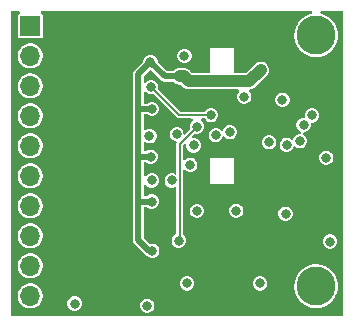
<source format=gbr>
%TF.GenerationSoftware,KiCad,Pcbnew,(5.99.0-3293-g62433736b)*%
%TF.CreationDate,2020-09-21T11:29:42+07:00*%
%TF.ProjectId,IMU_board,494d555f-626f-4617-9264-2e6b69636164,rev?*%
%TF.SameCoordinates,Original*%
%TF.FileFunction,Copper,L3,Inr*%
%TF.FilePolarity,Positive*%
%FSLAX46Y46*%
G04 Gerber Fmt 4.6, Leading zero omitted, Abs format (unit mm)*
G04 Created by KiCad (PCBNEW (5.99.0-3293-g62433736b)) date 2020-09-21 11:29:42*
%MOMM*%
%LPD*%
G01*
G04 APERTURE LIST*
%TA.AperFunction,ComponentPad*%
%ADD10R,1.700000X1.700000*%
%TD*%
%TA.AperFunction,ComponentPad*%
%ADD11O,1.700000X1.700000*%
%TD*%
%TA.AperFunction,ViaPad*%
%ADD12C,0.800000*%
%TD*%
%TA.AperFunction,ViaPad*%
%ADD13C,3.300000*%
%TD*%
%TA.AperFunction,Conductor*%
%ADD14C,0.152400*%
%TD*%
%TA.AperFunction,Conductor*%
%ADD15C,0.500000*%
%TD*%
%TA.AperFunction,Conductor*%
%ADD16C,0.250000*%
%TD*%
%TA.AperFunction,Conductor*%
%ADD17C,1.000000*%
%TD*%
G04 APERTURE END LIST*
D10*
%TO.N,LSM6D3_CS*%
%TO.C,J1*%
X125050000Y-86960000D03*
D11*
%TO.N,ICM20948_CS_3.3v*%
X125050000Y-89500000D03*
%TO.N,ICM20948_DRDY_3.3v*%
X125050000Y-92040000D03*
%TO.N,IMU_MISO_3.3v*%
X125050000Y-94580000D03*
%TO.N,MPU9250_CS*%
X125050000Y-97120000D03*
%TO.N,Net-(J1-Pad6)*%
X125050000Y-99660000D03*
%TO.N,IMU_MOSI_3.3v*%
X125050000Y-102200000D03*
%TO.N,IMU_CLK_3.3v*%
X125050000Y-104740000D03*
%TO.N,GND*%
X125050000Y-107280000D03*
%TO.N,+5V*%
X125050000Y-109820000D03*
%TD*%
D12*
%TO.N,GND*%
X150425000Y-105225000D03*
D13*
%TO.N,*%
X149250000Y-87750000D03*
X149250000Y-109000000D03*
D12*
%TO.N,MPU9250_CS*%
X140750000Y-96212500D03*
%TO.N,IMU_MOSI_3.3v*%
X139150000Y-102637500D03*
X146762500Y-97037500D03*
%TO.N,IMU_MOSI*%
X135325000Y-100050000D03*
X137025000Y-100050000D03*
%TO.N,IMU_MISO_3.3v*%
X145275000Y-96825000D03*
X138875000Y-97087500D03*
%TO.N,IMU_MISO*%
X135142500Y-96307500D03*
X137450000Y-96125000D03*
%TO.N,IMU_CLK_3.3v*%
X139162170Y-95487830D03*
X137611299Y-105138701D03*
X147875000Y-96725000D03*
%TO.N,ICM20948_DRDY*%
X140350000Y-94525000D03*
X135295000Y-92150000D03*
%TO.N,GND*%
X138100000Y-89512500D03*
X144500000Y-108775000D03*
X138325000Y-108775000D03*
X143162500Y-92962500D03*
X134950000Y-110650000D03*
X138600000Y-98725000D03*
X128800000Y-110475000D03*
X148900000Y-94550000D03*
X150100000Y-98125000D03*
X141925000Y-95962500D03*
X146400000Y-93225000D03*
X142475000Y-102612500D03*
X146662500Y-102862500D03*
%TO.N,+3V3*%
X129528799Y-104273799D03*
X129025000Y-89955000D03*
X150400000Y-103625000D03*
X149950000Y-96875000D03*
X146825000Y-104600000D03*
X129120000Y-93900000D03*
X140200000Y-104462500D03*
X129387889Y-100012111D03*
X144900000Y-100975000D03*
X138250000Y-110500000D03*
X129250000Y-96300000D03*
X146556250Y-101631250D03*
%TO.N,+1V8*%
X135225000Y-90030000D03*
X135378799Y-105998799D03*
X144550000Y-90687500D03*
X138050000Y-91237500D03*
X135345000Y-94000000D03*
X135312889Y-101837111D03*
X135227500Y-98032500D03*
%TO.N,LSM6D3_CS*%
X148187500Y-95362500D03*
%TD*%
D14*
%TO.N,IMU_CLK_3.3v*%
X137701201Y-98598021D02*
X137700000Y-98596820D01*
X137700000Y-98596820D02*
X137700000Y-96950000D01*
X137701201Y-99725423D02*
X137701201Y-105048799D01*
X139162170Y-95487830D02*
X137700000Y-96950000D01*
X137701201Y-105048799D02*
X137611299Y-105138701D01*
X137701201Y-99725423D02*
X137701201Y-98598021D01*
%TO.N,ICM20948_DRDY*%
X137670000Y-94525000D02*
X135295000Y-92150000D01*
X140350000Y-94525000D02*
X137670000Y-94525000D01*
D15*
%TO.N,+1V8*%
X135227500Y-98032500D02*
X134307500Y-98032500D01*
X134377111Y-101837111D02*
X134195000Y-101655000D01*
X135225000Y-90030000D02*
X134195000Y-91060000D01*
X134200000Y-94000000D02*
X134195000Y-93995000D01*
X134195000Y-101655000D02*
X134195000Y-105070000D01*
D16*
X135250000Y-90005000D02*
X135225000Y-90030000D01*
D15*
X134307500Y-98032500D02*
X134195000Y-97920000D01*
X135312889Y-101837111D02*
X134377111Y-101837111D01*
D17*
X138450010Y-91637510D02*
X143599990Y-91637510D01*
D15*
X134195000Y-91060000D02*
X134195000Y-91180000D01*
X134195000Y-91180000D02*
X134195000Y-93995000D01*
D17*
X143599990Y-91637510D02*
X144550000Y-90687500D01*
D15*
X134195000Y-105070000D02*
X135123799Y-105998799D01*
X134195000Y-93995000D02*
X134195000Y-97920000D01*
X135345000Y-94000000D02*
X134200000Y-94000000D01*
X134195000Y-97920000D02*
X134195000Y-101655000D01*
D17*
X138050000Y-91237500D02*
X137700000Y-91237500D01*
D15*
X138050000Y-91237500D02*
X136432500Y-91237500D01*
D17*
X138050000Y-91237500D02*
X138450010Y-91637510D01*
D15*
X135123799Y-105998799D02*
X135378799Y-105998799D01*
D16*
X135537889Y-101712111D02*
X135562889Y-101737111D01*
D15*
X136432500Y-91237500D02*
X135225000Y-90030000D01*
%TD*%
%TA.AperFunction,Conductor*%
%TO.N,+3V3*%
G36*
X124105623Y-85720502D02*
G01*
X124152116Y-85774158D01*
X124162220Y-85844432D01*
X124107505Y-85931265D01*
X124055807Y-85965809D01*
X124011603Y-86031964D01*
X123996082Y-86109998D01*
X123996082Y-87810002D01*
X124011603Y-87888036D01*
X124055808Y-87954192D01*
X124121964Y-87998397D01*
X124199998Y-88013918D01*
X125900002Y-88013918D01*
X125978036Y-87998397D01*
X126044192Y-87954192D01*
X126088397Y-87888036D01*
X126103918Y-87810002D01*
X126103918Y-86109998D01*
X126088397Y-86031964D01*
X126044193Y-85965809D01*
X125992495Y-85931265D01*
X125946968Y-85876787D01*
X125938121Y-85806344D01*
X125968762Y-85742300D01*
X126062498Y-85700500D01*
X148792322Y-85700500D01*
X148860443Y-85720502D01*
X148906936Y-85774158D01*
X148917040Y-85844432D01*
X148887546Y-85909012D01*
X148818519Y-85949747D01*
X148703679Y-85974157D01*
X148397839Y-86098968D01*
X148380455Y-86110000D01*
X148118933Y-86275966D01*
X147875782Y-86499555D01*
X147749601Y-86665793D01*
X147676065Y-86762673D01*
X147526100Y-87056997D01*
X147430625Y-87373225D01*
X147392658Y-87701364D01*
X147413399Y-88031039D01*
X147452333Y-88189550D01*
X147492192Y-88351831D01*
X147626550Y-88653602D01*
X147649281Y-88687049D01*
X147801946Y-88911688D01*
X147812222Y-88926809D01*
X148043340Y-89162819D01*
X148312598Y-89354171D01*
X148611485Y-89494816D01*
X148611487Y-89494817D01*
X148611488Y-89494817D01*
X148930559Y-89580312D01*
X149095143Y-89594133D01*
X149259726Y-89607954D01*
X149259728Y-89607954D01*
X149369349Y-89597592D01*
X149588594Y-89576867D01*
X149843117Y-89505801D01*
X149906749Y-89488035D01*
X150094978Y-89397042D01*
X150204148Y-89344268D01*
X150471389Y-89150105D01*
X150700024Y-88911687D01*
X150882823Y-88636553D01*
X150945331Y-88492105D01*
X151014013Y-88333391D01*
X151089443Y-88011792D01*
X151100623Y-87584836D01*
X151042127Y-87259729D01*
X150926985Y-86950119D01*
X150758834Y-86665793D01*
X150542991Y-86415736D01*
X150286279Y-86207855D01*
X150108282Y-86110000D01*
X149996815Y-86048720D01*
X149996814Y-86048720D01*
X149996811Y-86048718D01*
X149691350Y-85945919D01*
X149633167Y-85905234D01*
X149606217Y-85839551D01*
X149619055Y-85769725D01*
X149667606Y-85717925D01*
X149731539Y-85700500D01*
X151549501Y-85700500D01*
X151549500Y-111549500D01*
X123450500Y-111549500D01*
X123450500Y-109908289D01*
X123998620Y-109908289D01*
X124035791Y-110110817D01*
X124111596Y-110302279D01*
X124223139Y-110475359D01*
X124366182Y-110623484D01*
X124535269Y-110741003D01*
X124723962Y-110823441D01*
X124925077Y-110867659D01*
X125130943Y-110871970D01*
X125130945Y-110871970D01*
X125210436Y-110857954D01*
X125333731Y-110836215D01*
X125525715Y-110761748D01*
X125699570Y-110651415D01*
X125699572Y-110651414D01*
X125848690Y-110509411D01*
X125940057Y-110379890D01*
X128199500Y-110379890D01*
X128199500Y-110570110D01*
X128258281Y-110751019D01*
X128370090Y-110904910D01*
X128523981Y-111016719D01*
X128704890Y-111075500D01*
X128895110Y-111075500D01*
X129076019Y-111016719D01*
X129229910Y-110904910D01*
X129341719Y-110751019D01*
X129400500Y-110570110D01*
X129400500Y-110554890D01*
X134349500Y-110554890D01*
X134349500Y-110745110D01*
X134408281Y-110926019D01*
X134520090Y-111079910D01*
X134673981Y-111191719D01*
X134854890Y-111250500D01*
X135045110Y-111250500D01*
X135226019Y-111191719D01*
X135379910Y-111079910D01*
X135491719Y-110926019D01*
X135550500Y-110745110D01*
X135550500Y-110554890D01*
X135491719Y-110373981D01*
X135379910Y-110220090D01*
X135226019Y-110108281D01*
X135045110Y-110049500D01*
X134854890Y-110049500D01*
X134673981Y-110108281D01*
X134520090Y-110220090D01*
X134408281Y-110373981D01*
X134349500Y-110554890D01*
X129400500Y-110554890D01*
X129400500Y-110379890D01*
X129341719Y-110198981D01*
X129229910Y-110045090D01*
X129076019Y-109933281D01*
X128895110Y-109874500D01*
X128704890Y-109874500D01*
X128523981Y-109933281D01*
X128370090Y-110045090D01*
X128258281Y-110198981D01*
X128199500Y-110379890D01*
X125940057Y-110379890D01*
X125967387Y-110341148D01*
X126051140Y-110153035D01*
X126096760Y-109952237D01*
X126100045Y-109717042D01*
X126077233Y-109601831D01*
X126060050Y-109515050D01*
X125981579Y-109324668D01*
X125867629Y-109153160D01*
X125722535Y-109007049D01*
X125722533Y-109007047D01*
X125551822Y-108891900D01*
X125361996Y-108812105D01*
X125361995Y-108812105D01*
X125361993Y-108812104D01*
X125160289Y-108770700D01*
X125005853Y-108769621D01*
X124954375Y-108769262D01*
X124954374Y-108769262D01*
X124752106Y-108807847D01*
X124685307Y-108834836D01*
X124561186Y-108884984D01*
X124388883Y-108997736D01*
X124241762Y-109141808D01*
X124125426Y-109311711D01*
X124044308Y-109500976D01*
X124001495Y-109702391D01*
X123998924Y-109886553D01*
X123998620Y-109908289D01*
X123450500Y-109908289D01*
X123450500Y-108679890D01*
X137724500Y-108679890D01*
X137724500Y-108870110D01*
X137783281Y-109051019D01*
X137895090Y-109204910D01*
X138048981Y-109316719D01*
X138229890Y-109375500D01*
X138420110Y-109375500D01*
X138601019Y-109316719D01*
X138754910Y-109204910D01*
X138866719Y-109051019D01*
X138925500Y-108870110D01*
X138925500Y-108679890D01*
X143899500Y-108679890D01*
X143899500Y-108870110D01*
X143958281Y-109051019D01*
X144070090Y-109204910D01*
X144223981Y-109316719D01*
X144404890Y-109375500D01*
X144595110Y-109375500D01*
X144776019Y-109316719D01*
X144929910Y-109204910D01*
X145041719Y-109051019D01*
X145074098Y-108951364D01*
X147392658Y-108951364D01*
X147413399Y-109281039D01*
X147424116Y-109324670D01*
X147492192Y-109601831D01*
X147626550Y-109903602D01*
X147722706Y-110045090D01*
X147801946Y-110161688D01*
X147812222Y-110176809D01*
X148043340Y-110412819D01*
X148312598Y-110604171D01*
X148611485Y-110744816D01*
X148611487Y-110744817D01*
X148611488Y-110744817D01*
X148930559Y-110830312D01*
X149095144Y-110844133D01*
X149259726Y-110857954D01*
X149259728Y-110857954D01*
X149369349Y-110847592D01*
X149588594Y-110826867D01*
X149843117Y-110755801D01*
X149906749Y-110738035D01*
X150085934Y-110651414D01*
X150204148Y-110594268D01*
X150471389Y-110400105D01*
X150700024Y-110161687D01*
X150882823Y-109886553D01*
X150962517Y-109702391D01*
X151014013Y-109583391D01*
X151089443Y-109261792D01*
X151100623Y-108834836D01*
X151042127Y-108509729D01*
X150926985Y-108200119D01*
X150758834Y-107915793D01*
X150542991Y-107665736D01*
X150286279Y-107457855D01*
X149996811Y-107298718D01*
X149683737Y-107193357D01*
X149683734Y-107193356D01*
X149356956Y-107145102D01*
X149356953Y-107145102D01*
X149026788Y-107155478D01*
X148703679Y-107224157D01*
X148397839Y-107348968D01*
X148397836Y-107348970D01*
X148118933Y-107525966D01*
X147875782Y-107749555D01*
X147749601Y-107915793D01*
X147676065Y-108012673D01*
X147526100Y-108306997D01*
X147430625Y-108623225D01*
X147392658Y-108951364D01*
X145074098Y-108951364D01*
X145100500Y-108870110D01*
X145100500Y-108679890D01*
X145041719Y-108498981D01*
X144929910Y-108345090D01*
X144776019Y-108233281D01*
X144595110Y-108174500D01*
X144404890Y-108174500D01*
X144223981Y-108233281D01*
X144070090Y-108345090D01*
X143958281Y-108498981D01*
X143899500Y-108679890D01*
X138925500Y-108679890D01*
X138866719Y-108498981D01*
X138754910Y-108345090D01*
X138601019Y-108233281D01*
X138420110Y-108174500D01*
X138229890Y-108174500D01*
X138048981Y-108233281D01*
X137895090Y-108345090D01*
X137783281Y-108498981D01*
X137724500Y-108679890D01*
X123450500Y-108679890D01*
X123450500Y-107368289D01*
X123998620Y-107368289D01*
X124035791Y-107570817D01*
X124111596Y-107762279D01*
X124223139Y-107935359D01*
X124366182Y-108083484D01*
X124535269Y-108201003D01*
X124723962Y-108283441D01*
X124925077Y-108327659D01*
X125130943Y-108331970D01*
X125130945Y-108331970D01*
X125191736Y-108321251D01*
X125333731Y-108296215D01*
X125525715Y-108221748D01*
X125699570Y-108111415D01*
X125699572Y-108111414D01*
X125848690Y-107969411D01*
X125967387Y-107801148D01*
X126051140Y-107613035D01*
X126096760Y-107412237D01*
X126100045Y-107177042D01*
X126097144Y-107162391D01*
X126060050Y-106975050D01*
X125981579Y-106784668D01*
X125867629Y-106613160D01*
X125722535Y-106467049D01*
X125722533Y-106467047D01*
X125551822Y-106351900D01*
X125361996Y-106272105D01*
X125361995Y-106272105D01*
X125361993Y-106272104D01*
X125160289Y-106230700D01*
X125005853Y-106229622D01*
X124954375Y-106229262D01*
X124954374Y-106229262D01*
X124752106Y-106267847D01*
X124663994Y-106303447D01*
X124561186Y-106344984D01*
X124388883Y-106457736D01*
X124241762Y-106601808D01*
X124125426Y-106771711D01*
X124044308Y-106960976D01*
X124005170Y-107145102D01*
X124001495Y-107162391D01*
X123998620Y-107368289D01*
X123450500Y-107368289D01*
X123450500Y-104828289D01*
X123998620Y-104828289D01*
X124035791Y-105030817D01*
X124111596Y-105222279D01*
X124223139Y-105395359D01*
X124366182Y-105543484D01*
X124535269Y-105661003D01*
X124723962Y-105743441D01*
X124925077Y-105787659D01*
X125130943Y-105791970D01*
X125130945Y-105791970D01*
X125191736Y-105781251D01*
X125333731Y-105756215D01*
X125525715Y-105681748D01*
X125699570Y-105571415D01*
X125699572Y-105571414D01*
X125848690Y-105429411D01*
X125859054Y-105414720D01*
X125967386Y-105261149D01*
X125967387Y-105261148D01*
X126051140Y-105073035D01*
X126096760Y-104872237D01*
X126100045Y-104637042D01*
X126086373Y-104567992D01*
X126060050Y-104435050D01*
X125981579Y-104244668D01*
X125867629Y-104073160D01*
X125722535Y-103927049D01*
X125722533Y-103927047D01*
X125551822Y-103811900D01*
X125361996Y-103732105D01*
X125361995Y-103732105D01*
X125361993Y-103732104D01*
X125160289Y-103690700D01*
X125005853Y-103689621D01*
X124954375Y-103689262D01*
X124954374Y-103689262D01*
X124752106Y-103727847D01*
X124656646Y-103766416D01*
X124561186Y-103804984D01*
X124388883Y-103917736D01*
X124241762Y-104061808D01*
X124125426Y-104231711D01*
X124044308Y-104420976D01*
X124013058Y-104567992D01*
X124001495Y-104622391D01*
X123998620Y-104828289D01*
X123450500Y-104828289D01*
X123450500Y-102288289D01*
X123998620Y-102288289D01*
X124035791Y-102490817D01*
X124111596Y-102682279D01*
X124223139Y-102855359D01*
X124366182Y-103003484D01*
X124535269Y-103121003D01*
X124723962Y-103203441D01*
X124925077Y-103247659D01*
X125130943Y-103251970D01*
X125130945Y-103251970D01*
X125210175Y-103238000D01*
X125333731Y-103216215D01*
X125525715Y-103141748D01*
X125699570Y-103031415D01*
X125699572Y-103031414D01*
X125848690Y-102889411D01*
X125849320Y-102888519D01*
X125967386Y-102721149D01*
X125967387Y-102721148D01*
X126051140Y-102533035D01*
X126096760Y-102332237D01*
X126100045Y-102097042D01*
X126100045Y-102097040D01*
X126060050Y-101895050D01*
X125981579Y-101704668D01*
X125867629Y-101533160D01*
X125722535Y-101387049D01*
X125722533Y-101387047D01*
X125551822Y-101271900D01*
X125361996Y-101192105D01*
X125361995Y-101192105D01*
X125361993Y-101192104D01*
X125160289Y-101150700D01*
X125005853Y-101149622D01*
X124954375Y-101149262D01*
X124954374Y-101149262D01*
X124752106Y-101187847D01*
X124656647Y-101226415D01*
X124561186Y-101264984D01*
X124388883Y-101377736D01*
X124241762Y-101521808D01*
X124125426Y-101691711D01*
X124044308Y-101880976D01*
X124011143Y-102037000D01*
X124001495Y-102082391D01*
X123998620Y-102288289D01*
X123450500Y-102288289D01*
X123450500Y-99748289D01*
X123998620Y-99748289D01*
X124035791Y-99950817D01*
X124111596Y-100142279D01*
X124223139Y-100315359D01*
X124366182Y-100463484D01*
X124535269Y-100581003D01*
X124723962Y-100663441D01*
X124925077Y-100707659D01*
X125130943Y-100711970D01*
X125130945Y-100711970D01*
X125191736Y-100701251D01*
X125333731Y-100676215D01*
X125525715Y-100601748D01*
X125699570Y-100491415D01*
X125699572Y-100491414D01*
X125848690Y-100349411D01*
X125865192Y-100326019D01*
X125967386Y-100181149D01*
X125967387Y-100181148D01*
X126051140Y-99993035D01*
X126096760Y-99792237D01*
X126100045Y-99557042D01*
X126100045Y-99557040D01*
X126060050Y-99355050D01*
X125981579Y-99164668D01*
X125867629Y-98993160D01*
X125722535Y-98847049D01*
X125722533Y-98847047D01*
X125551822Y-98731900D01*
X125361996Y-98652105D01*
X125361995Y-98652105D01*
X125361993Y-98652104D01*
X125160289Y-98610700D01*
X125005853Y-98609621D01*
X124954375Y-98609262D01*
X124954374Y-98609262D01*
X124752106Y-98647847D01*
X124705397Y-98666719D01*
X124561186Y-98724984D01*
X124388883Y-98837736D01*
X124241762Y-98981808D01*
X124125426Y-99151711D01*
X124044308Y-99340976D01*
X124001495Y-99542391D01*
X123998620Y-99748289D01*
X123450500Y-99748289D01*
X123450500Y-97208289D01*
X123998620Y-97208289D01*
X124035791Y-97410817D01*
X124111596Y-97602279D01*
X124223139Y-97775359D01*
X124366182Y-97923484D01*
X124535269Y-98041003D01*
X124723962Y-98123441D01*
X124925077Y-98167659D01*
X125130943Y-98171970D01*
X125130945Y-98171970D01*
X125191736Y-98161251D01*
X125333731Y-98136215D01*
X125525715Y-98061748D01*
X125659668Y-97976738D01*
X125699572Y-97951414D01*
X125848690Y-97809411D01*
X125967387Y-97641148D01*
X126051140Y-97453035D01*
X126096760Y-97252237D01*
X126100045Y-97017042D01*
X126097144Y-97002391D01*
X126060050Y-96815050D01*
X126020814Y-96719859D01*
X125981580Y-96624670D01*
X125970232Y-96607590D01*
X125867629Y-96453160D01*
X125722535Y-96307049D01*
X125722533Y-96307047D01*
X125551822Y-96191900D01*
X125361996Y-96112105D01*
X125361995Y-96112105D01*
X125361993Y-96112104D01*
X125160289Y-96070700D01*
X125005853Y-96069622D01*
X124954375Y-96069262D01*
X124954374Y-96069262D01*
X124752106Y-96107847D01*
X124678391Y-96137630D01*
X124561186Y-96184984D01*
X124388883Y-96297736D01*
X124241762Y-96441808D01*
X124125426Y-96611711D01*
X124101850Y-96666719D01*
X124049248Y-96789451D01*
X124044308Y-96800976D01*
X124005849Y-96981907D01*
X124001495Y-97002391D01*
X123998620Y-97208289D01*
X123450500Y-97208289D01*
X123450500Y-94668289D01*
X123998620Y-94668289D01*
X124035791Y-94870817D01*
X124111596Y-95062279D01*
X124223139Y-95235359D01*
X124366182Y-95383484D01*
X124535269Y-95501003D01*
X124723962Y-95583441D01*
X124925077Y-95627659D01*
X125130943Y-95631970D01*
X125130945Y-95631970D01*
X125191736Y-95621251D01*
X125333731Y-95596215D01*
X125525715Y-95521748D01*
X125699570Y-95411415D01*
X125699572Y-95411414D01*
X125848690Y-95269411D01*
X125967387Y-95101148D01*
X126051140Y-94913035D01*
X126096760Y-94712237D01*
X126100045Y-94477042D01*
X126090709Y-94429890D01*
X126060050Y-94275050D01*
X125981579Y-94084668D01*
X125867629Y-93913160D01*
X125722535Y-93767049D01*
X125722533Y-93767047D01*
X125551822Y-93651900D01*
X125361996Y-93572105D01*
X125361995Y-93572105D01*
X125361993Y-93572104D01*
X125160289Y-93530700D01*
X125005853Y-93529622D01*
X124954375Y-93529262D01*
X124954374Y-93529262D01*
X124752106Y-93567847D01*
X124656646Y-93606416D01*
X124561186Y-93644984D01*
X124388883Y-93757736D01*
X124241762Y-93901808D01*
X124125426Y-94071711D01*
X124044308Y-94260976D01*
X124008399Y-94429910D01*
X124001495Y-94462391D01*
X123998620Y-94668289D01*
X123450500Y-94668289D01*
X123450500Y-92128289D01*
X123998620Y-92128289D01*
X124035791Y-92330817D01*
X124111596Y-92522279D01*
X124223139Y-92695359D01*
X124366182Y-92843484D01*
X124535269Y-92961003D01*
X124723962Y-93043441D01*
X124925077Y-93087659D01*
X125130943Y-93091970D01*
X125130945Y-93091970D01*
X125191736Y-93081251D01*
X125333731Y-93056215D01*
X125525715Y-92981748D01*
X125699570Y-92871415D01*
X125699572Y-92871414D01*
X125848690Y-92729411D01*
X125853549Y-92722524D01*
X125967386Y-92561149D01*
X125967387Y-92561148D01*
X126051140Y-92373035D01*
X126096760Y-92172237D01*
X126100045Y-91937042D01*
X126078653Y-91829003D01*
X126060050Y-91735050D01*
X125981579Y-91544668D01*
X125867629Y-91373160D01*
X125722535Y-91227049D01*
X125722533Y-91227047D01*
X125551822Y-91111900D01*
X125361996Y-91032105D01*
X125361995Y-91032105D01*
X125361993Y-91032104D01*
X125303671Y-91020132D01*
X133739292Y-91020132D01*
X133744500Y-91079656D01*
X133744500Y-91140592D01*
X133744501Y-93955586D01*
X133744500Y-93955592D01*
X133744500Y-93975343D01*
X133739292Y-94034868D01*
X133744500Y-94054304D01*
X133744501Y-97880586D01*
X133744500Y-97880592D01*
X133744500Y-97900343D01*
X133739292Y-97959868D01*
X133744500Y-97979304D01*
X133744501Y-101615586D01*
X133744500Y-101615592D01*
X133744500Y-101635343D01*
X133739292Y-101694868D01*
X133744500Y-101714304D01*
X133744501Y-105050332D01*
X133742515Y-105073034D01*
X133739292Y-105109869D01*
X133754761Y-105167599D01*
X133765140Y-105226457D01*
X133775201Y-105243883D01*
X133780411Y-105263325D01*
X133814694Y-105312286D01*
X133844575Y-105364043D01*
X133890355Y-105402457D01*
X134791343Y-106303447D01*
X134826197Y-106344984D01*
X134829756Y-106349225D01*
X134881520Y-106379111D01*
X134920728Y-106406565D01*
X134945298Y-106423769D01*
X134948885Y-106428706D01*
X134948889Y-106428709D01*
X135001659Y-106467049D01*
X135102780Y-106540518D01*
X135283689Y-106599299D01*
X135473909Y-106599299D01*
X135654818Y-106540518D01*
X135808709Y-106428709D01*
X135920518Y-106274818D01*
X135979299Y-106093909D01*
X135979299Y-105903689D01*
X135920518Y-105722780D01*
X135808709Y-105568889D01*
X135654818Y-105457080D01*
X135473909Y-105398299D01*
X135283689Y-105398299D01*
X135190636Y-105428534D01*
X134645500Y-104883398D01*
X134645500Y-102287611D01*
X134911319Y-102287611D01*
X135036870Y-102378830D01*
X135217779Y-102437611D01*
X135407999Y-102437611D01*
X135588908Y-102378830D01*
X135742799Y-102267021D01*
X135854608Y-102113130D01*
X135913389Y-101932221D01*
X135913389Y-101742001D01*
X135854608Y-101561092D01*
X135742799Y-101407201D01*
X135588908Y-101295392D01*
X135407999Y-101236611D01*
X135217779Y-101236611D01*
X135036870Y-101295392D01*
X134911319Y-101386611D01*
X134645500Y-101386611D01*
X134645500Y-100524167D01*
X134665502Y-100456046D01*
X134719158Y-100409553D01*
X134789432Y-100399449D01*
X134873436Y-100450106D01*
X134895090Y-100479910D01*
X135048981Y-100591719D01*
X135229890Y-100650500D01*
X135420110Y-100650500D01*
X135601019Y-100591719D01*
X135754910Y-100479910D01*
X135866719Y-100326019D01*
X135925500Y-100145110D01*
X135925500Y-99954890D01*
X135866719Y-99773981D01*
X135754910Y-99620090D01*
X135601019Y-99508281D01*
X135420110Y-99449500D01*
X135229890Y-99449500D01*
X135048981Y-99508281D01*
X134895090Y-99620090D01*
X134873436Y-99649894D01*
X134817214Y-99693248D01*
X134746477Y-99699323D01*
X134683686Y-99666191D01*
X134645500Y-99575833D01*
X134645500Y-98483000D01*
X134825930Y-98483000D01*
X134951481Y-98574219D01*
X135132390Y-98633000D01*
X135322610Y-98633000D01*
X135503519Y-98574219D01*
X135657410Y-98462410D01*
X135769219Y-98308519D01*
X135828000Y-98127610D01*
X135828000Y-97937390D01*
X135769219Y-97756481D01*
X135657410Y-97602590D01*
X135503519Y-97490781D01*
X135322610Y-97432000D01*
X135132390Y-97432000D01*
X134951481Y-97490781D01*
X134825930Y-97582000D01*
X134645500Y-97582000D01*
X134645500Y-96935956D01*
X134665502Y-96867835D01*
X134719158Y-96821342D01*
X134789432Y-96811238D01*
X134845560Y-96834019D01*
X134866481Y-96849219D01*
X135047390Y-96908000D01*
X135237610Y-96908000D01*
X135418519Y-96849219D01*
X135572410Y-96737410D01*
X135684219Y-96583519D01*
X135743000Y-96402610D01*
X135743000Y-96212390D01*
X135684219Y-96031481D01*
X135572410Y-95877590D01*
X135418519Y-95765781D01*
X135237610Y-95707000D01*
X135047390Y-95707000D01*
X134866481Y-95765781D01*
X134845560Y-95780981D01*
X134778693Y-95804839D01*
X134709541Y-95788758D01*
X134660061Y-95737843D01*
X134645500Y-95679044D01*
X134645500Y-94450500D01*
X134943430Y-94450500D01*
X135068981Y-94541719D01*
X135249890Y-94600500D01*
X135440110Y-94600500D01*
X135621019Y-94541719D01*
X135774910Y-94429910D01*
X135886719Y-94276019D01*
X135945500Y-94095110D01*
X135945500Y-93904890D01*
X135886719Y-93723981D01*
X135774910Y-93570090D01*
X135621019Y-93458281D01*
X135440110Y-93399500D01*
X135249890Y-93399500D01*
X135068981Y-93458281D01*
X134943430Y-93549500D01*
X134645500Y-93549500D01*
X134645500Y-92665458D01*
X134665502Y-92597337D01*
X134719158Y-92550844D01*
X134789432Y-92540740D01*
X134844677Y-92574055D01*
X134848945Y-92568180D01*
X134982836Y-92665458D01*
X135018981Y-92691719D01*
X135199890Y-92750500D01*
X135390110Y-92750500D01*
X135455019Y-92729410D01*
X135476212Y-92722524D01*
X137440972Y-94687285D01*
X137447884Y-94701679D01*
X137485246Y-94731559D01*
X137496397Y-94742711D01*
X137509452Y-94750916D01*
X137546475Y-94780524D01*
X137562345Y-94784159D01*
X137576195Y-94792864D01*
X137623902Y-94798257D01*
X137638934Y-94801700D01*
X137654356Y-94801700D01*
X137701636Y-94807045D01*
X137716942Y-94801700D01*
X138697128Y-94801700D01*
X138765249Y-94821702D01*
X138811742Y-94875358D01*
X138821846Y-94945632D01*
X138771189Y-95029636D01*
X138732260Y-95057920D01*
X138620451Y-95211811D01*
X138561670Y-95392720D01*
X138561670Y-95582941D01*
X138565983Y-95596214D01*
X138589646Y-95669041D01*
X138094225Y-96164462D01*
X138020150Y-95936481D01*
X137991719Y-95848981D01*
X137879910Y-95695090D01*
X137726019Y-95583281D01*
X137545110Y-95524500D01*
X137354890Y-95524500D01*
X137173981Y-95583281D01*
X137020090Y-95695090D01*
X136908281Y-95848981D01*
X136849500Y-96029890D01*
X136849500Y-96220110D01*
X136908281Y-96401019D01*
X137020090Y-96554910D01*
X137173981Y-96666719D01*
X137354890Y-96725500D01*
X137354891Y-96725500D01*
X137443649Y-96754339D01*
X137432136Y-96856196D01*
X137426742Y-96903910D01*
X137423301Y-96918934D01*
X137423301Y-96934347D01*
X137417955Y-96981636D01*
X137417955Y-96981637D01*
X137423301Y-96996947D01*
X137423300Y-98549628D01*
X137418010Y-98564692D01*
X137423300Y-98612229D01*
X137423300Y-98628010D01*
X137424502Y-98633279D01*
X137424501Y-99548403D01*
X137120110Y-99449500D01*
X136929890Y-99449500D01*
X136748981Y-99508281D01*
X136595090Y-99620090D01*
X136483281Y-99773981D01*
X136424500Y-99954890D01*
X136424500Y-100145110D01*
X136483281Y-100326019D01*
X136595090Y-100479910D01*
X136748981Y-100591719D01*
X136929890Y-100650500D01*
X137120110Y-100650500D01*
X137301019Y-100591719D01*
X137424501Y-100551597D01*
X137424502Y-102586481D01*
X137424502Y-104567992D01*
X137335280Y-104596982D01*
X137181389Y-104708791D01*
X137069580Y-104862682D01*
X137010799Y-105043591D01*
X137010799Y-105233811D01*
X137069580Y-105414720D01*
X137181389Y-105568611D01*
X137335280Y-105680420D01*
X137516189Y-105739201D01*
X137706409Y-105739201D01*
X137887318Y-105680420D01*
X138041209Y-105568611D01*
X138153018Y-105414720D01*
X138211799Y-105233811D01*
X138211799Y-105129890D01*
X149824500Y-105129890D01*
X149824500Y-105320110D01*
X149883281Y-105501019D01*
X149995090Y-105654910D01*
X150148981Y-105766719D01*
X150329890Y-105825500D01*
X150520110Y-105825500D01*
X150701019Y-105766719D01*
X150854910Y-105654910D01*
X150966719Y-105501019D01*
X151025500Y-105320110D01*
X151025500Y-105129890D01*
X150966719Y-104948981D01*
X150854910Y-104795090D01*
X150701019Y-104683281D01*
X150520110Y-104624500D01*
X150329890Y-104624500D01*
X150148981Y-104683281D01*
X149995090Y-104795090D01*
X149883281Y-104948981D01*
X149824500Y-105129890D01*
X138211799Y-105129890D01*
X138211799Y-105043591D01*
X138153018Y-104862682D01*
X138041209Y-104708791D01*
X137977901Y-104662795D01*
X137977901Y-102542390D01*
X138549500Y-102542390D01*
X138549500Y-102732610D01*
X138608281Y-102913519D01*
X138720090Y-103067410D01*
X138873981Y-103179219D01*
X139054890Y-103238000D01*
X139245110Y-103238000D01*
X139426019Y-103179219D01*
X139579910Y-103067410D01*
X139691719Y-102913519D01*
X139750500Y-102732610D01*
X139750500Y-102542390D01*
X139742377Y-102517390D01*
X141874500Y-102517390D01*
X141874500Y-102707610D01*
X141933281Y-102888519D01*
X142045090Y-103042410D01*
X142198981Y-103154219D01*
X142379890Y-103213000D01*
X142570110Y-103213000D01*
X142751019Y-103154219D01*
X142904910Y-103042410D01*
X143016719Y-102888519D01*
X143056076Y-102767390D01*
X146062000Y-102767390D01*
X146062000Y-102957610D01*
X146120781Y-103138519D01*
X146232590Y-103292410D01*
X146386481Y-103404219D01*
X146567390Y-103463000D01*
X146757610Y-103463000D01*
X146938519Y-103404219D01*
X147092410Y-103292410D01*
X147204219Y-103138519D01*
X147263000Y-102957610D01*
X147263000Y-102767390D01*
X147204219Y-102586481D01*
X147092410Y-102432590D01*
X146938519Y-102320781D01*
X146757610Y-102262000D01*
X146567390Y-102262000D01*
X146386481Y-102320781D01*
X146232590Y-102432590D01*
X146120781Y-102586481D01*
X146062000Y-102767390D01*
X143056076Y-102767390D01*
X143075500Y-102707610D01*
X143075500Y-102517390D01*
X143016719Y-102336481D01*
X142904910Y-102182590D01*
X142751019Y-102070781D01*
X142570110Y-102012000D01*
X142379890Y-102012000D01*
X142198981Y-102070781D01*
X142045090Y-102182590D01*
X141933281Y-102336481D01*
X141874500Y-102517390D01*
X139742377Y-102517390D01*
X139691719Y-102361481D01*
X139579910Y-102207590D01*
X139426019Y-102095781D01*
X139245110Y-102037000D01*
X139054890Y-102037000D01*
X138873981Y-102095781D01*
X138720090Y-102207590D01*
X138608281Y-102361481D01*
X138549500Y-102542390D01*
X137977901Y-102542390D01*
X137977901Y-99262565D01*
X137997903Y-99194444D01*
X138051559Y-99147951D01*
X138121833Y-99137847D01*
X138177961Y-99160629D01*
X138224504Y-99194444D01*
X138323981Y-99266719D01*
X138504890Y-99325500D01*
X138695110Y-99325500D01*
X138876019Y-99266719D01*
X139029910Y-99154910D01*
X139141719Y-99001019D01*
X139200500Y-98820110D01*
X139200500Y-98629890D01*
X139141719Y-98448981D01*
X139029910Y-98295090D01*
X138881826Y-98187500D01*
X140250000Y-98187500D01*
X140250000Y-100312500D01*
X142300000Y-100362500D01*
X142325000Y-98187500D01*
X140250000Y-98187500D01*
X138881826Y-98187500D01*
X138876019Y-98183281D01*
X138695110Y-98124500D01*
X138504890Y-98124500D01*
X138323981Y-98183281D01*
X138176761Y-98290243D01*
X138109893Y-98314101D01*
X138040742Y-98298021D01*
X137991262Y-98247107D01*
X137976700Y-98188307D01*
X137976700Y-98029890D01*
X149499500Y-98029890D01*
X149499500Y-98220110D01*
X149558281Y-98401019D01*
X149670090Y-98554910D01*
X149823981Y-98666719D01*
X150004890Y-98725500D01*
X150195110Y-98725500D01*
X150376019Y-98666719D01*
X150529910Y-98554910D01*
X150641719Y-98401019D01*
X150700500Y-98220110D01*
X150700500Y-98029890D01*
X150641719Y-97848981D01*
X150529910Y-97695090D01*
X150376019Y-97583281D01*
X150195110Y-97524500D01*
X150004890Y-97524500D01*
X149823981Y-97583281D01*
X149670090Y-97695090D01*
X149558281Y-97848981D01*
X149499500Y-98029890D01*
X137976700Y-98029890D01*
X137976700Y-97064612D01*
X138059405Y-96981907D01*
X138121717Y-96947881D01*
X138192532Y-96952946D01*
X138249368Y-96995493D01*
X138274500Y-97071002D01*
X138274500Y-97182610D01*
X138333281Y-97363519D01*
X138445090Y-97517410D01*
X138598981Y-97629219D01*
X138779890Y-97688000D01*
X138970110Y-97688000D01*
X139151019Y-97629219D01*
X139304910Y-97517410D01*
X139416719Y-97363519D01*
X139475500Y-97182610D01*
X139475500Y-96992390D01*
X139416719Y-96811481D01*
X139304910Y-96657590D01*
X139151019Y-96545781D01*
X138970110Y-96487000D01*
X138858503Y-96487000D01*
X138790382Y-96466998D01*
X138743889Y-96413342D01*
X138733785Y-96343068D01*
X138769408Y-96271905D01*
X138923923Y-96117390D01*
X140149500Y-96117390D01*
X140149500Y-96307610D01*
X140208281Y-96488519D01*
X140320090Y-96642410D01*
X140473981Y-96754219D01*
X140654890Y-96813000D01*
X140845110Y-96813000D01*
X141026019Y-96754219D01*
X141059504Y-96729890D01*
X144674500Y-96729890D01*
X144674500Y-96920110D01*
X144733281Y-97101019D01*
X144845090Y-97254910D01*
X144998981Y-97366719D01*
X145179890Y-97425500D01*
X145370110Y-97425500D01*
X145551019Y-97366719D01*
X145704910Y-97254910D01*
X145816719Y-97101019D01*
X145868260Y-96942390D01*
X146162000Y-96942390D01*
X146162000Y-97132610D01*
X146220781Y-97313519D01*
X146332590Y-97467410D01*
X146486481Y-97579219D01*
X146667390Y-97638000D01*
X146857610Y-97638000D01*
X147038519Y-97579219D01*
X147192410Y-97467410D01*
X147304219Y-97313519D01*
X147372817Y-97102399D01*
X147445089Y-97154908D01*
X147445090Y-97154910D01*
X147598981Y-97266719D01*
X147779890Y-97325500D01*
X147970110Y-97325500D01*
X148151019Y-97266719D01*
X148304910Y-97154910D01*
X148416719Y-97001019D01*
X148475500Y-96820110D01*
X148475500Y-96629890D01*
X148416719Y-96448981D01*
X148304910Y-96295090D01*
X148161555Y-96190936D01*
X148118201Y-96134714D01*
X148112126Y-96063977D01*
X148145258Y-96001186D01*
X148235616Y-95963000D01*
X148282610Y-95963000D01*
X148463519Y-95904219D01*
X148617410Y-95792410D01*
X148729219Y-95638519D01*
X148788000Y-95457610D01*
X148788000Y-95150500D01*
X148995110Y-95150500D01*
X149176019Y-95091719D01*
X149329910Y-94979910D01*
X149441719Y-94826019D01*
X149500500Y-94645110D01*
X149500500Y-94454890D01*
X149441719Y-94273981D01*
X149329910Y-94120090D01*
X149176019Y-94008281D01*
X148995110Y-93949500D01*
X148804890Y-93949500D01*
X148623981Y-94008281D01*
X148470090Y-94120090D01*
X148358281Y-94273981D01*
X148299500Y-94454890D01*
X148299500Y-94762000D01*
X148092390Y-94762000D01*
X147911481Y-94820781D01*
X147757590Y-94932590D01*
X147645781Y-95086481D01*
X147587000Y-95267390D01*
X147587000Y-95457610D01*
X147645781Y-95638519D01*
X147757590Y-95792410D01*
X147900945Y-95896564D01*
X147944299Y-95952786D01*
X147950374Y-96023523D01*
X147917242Y-96086314D01*
X147826884Y-96124500D01*
X147779890Y-96124500D01*
X147598981Y-96183281D01*
X147445090Y-96295090D01*
X147333281Y-96448981D01*
X147264683Y-96660101D01*
X147192411Y-96607592D01*
X147192410Y-96607590D01*
X147038519Y-96495781D01*
X146857610Y-96437000D01*
X146667390Y-96437000D01*
X146486481Y-96495781D01*
X146332590Y-96607590D01*
X146220781Y-96761481D01*
X146162000Y-96942390D01*
X145868260Y-96942390D01*
X145875500Y-96920110D01*
X145875500Y-96729890D01*
X145816719Y-96548981D01*
X145704910Y-96395090D01*
X145551019Y-96283281D01*
X145370110Y-96224500D01*
X145179890Y-96224500D01*
X144998981Y-96283281D01*
X144845090Y-96395090D01*
X144733281Y-96548981D01*
X144674500Y-96729890D01*
X141059504Y-96729890D01*
X141179910Y-96642410D01*
X141291719Y-96488519D01*
X141350500Y-96307610D01*
X141350500Y-96307609D01*
X141355823Y-96291226D01*
X141495090Y-96392410D01*
X141648981Y-96504219D01*
X141829890Y-96563000D01*
X142020110Y-96563000D01*
X142201019Y-96504219D01*
X142354910Y-96392410D01*
X142466719Y-96238519D01*
X142525500Y-96057610D01*
X142525500Y-95867390D01*
X142466719Y-95686481D01*
X142354910Y-95532590D01*
X142201019Y-95420781D01*
X142020110Y-95362000D01*
X141829890Y-95362000D01*
X141648981Y-95420781D01*
X141495090Y-95532590D01*
X141383281Y-95686481D01*
X141330482Y-95848981D01*
X141319177Y-95883774D01*
X141026019Y-95670781D01*
X140845110Y-95612000D01*
X140654890Y-95612000D01*
X140473981Y-95670781D01*
X140320090Y-95782590D01*
X140208281Y-95936481D01*
X140149500Y-96117390D01*
X138923923Y-96117390D01*
X138980959Y-96060354D01*
X139067060Y-96088330D01*
X139257280Y-96088330D01*
X139438189Y-96029549D01*
X139592080Y-95917740D01*
X139703889Y-95763849D01*
X139762670Y-95582940D01*
X139762670Y-95392720D01*
X139703889Y-95211811D01*
X139592080Y-95057920D01*
X139553151Y-95029636D01*
X139509797Y-94973413D01*
X139503722Y-94902677D01*
X139536854Y-94839885D01*
X139627212Y-94801700D01*
X139808776Y-94801700D01*
X139920090Y-94954910D01*
X140073981Y-95066719D01*
X140254890Y-95125500D01*
X140445110Y-95125500D01*
X140626019Y-95066719D01*
X140779910Y-94954910D01*
X140891719Y-94801019D01*
X140950500Y-94620110D01*
X140950500Y-94429890D01*
X140891719Y-94248981D01*
X140779910Y-94095090D01*
X140626019Y-93983281D01*
X140445110Y-93924500D01*
X140254890Y-93924500D01*
X140073981Y-93983281D01*
X139920090Y-94095090D01*
X139808776Y-94248300D01*
X137784613Y-94248300D01*
X135867524Y-92331212D01*
X135867653Y-92330817D01*
X135889890Y-92262375D01*
X135895500Y-92245110D01*
X135895500Y-92054890D01*
X135836719Y-91873981D01*
X135724910Y-91720090D01*
X135571019Y-91608281D01*
X135390110Y-91549500D01*
X135199890Y-91549500D01*
X135018981Y-91608281D01*
X134848945Y-91731820D01*
X134846928Y-91729044D01*
X134817218Y-91751955D01*
X134746482Y-91758033D01*
X134683689Y-91724904D01*
X134645500Y-91634542D01*
X134645500Y-91246602D01*
X135225000Y-90667103D01*
X136100050Y-91542154D01*
X136102161Y-91544670D01*
X136138457Y-91587926D01*
X136164337Y-91602867D01*
X136190218Y-91617810D01*
X136239175Y-91652090D01*
X136258612Y-91657298D01*
X136276043Y-91667361D01*
X136334902Y-91677741D01*
X136392630Y-91693208D01*
X136392631Y-91693208D01*
X136452156Y-91688000D01*
X137151799Y-91688000D01*
X137311454Y-91829003D01*
X137402272Y-91871642D01*
X137493088Y-91914280D01*
X137645379Y-91937040D01*
X137651803Y-91938000D01*
X137759844Y-91938000D01*
X137899162Y-92077318D01*
X137911067Y-92096186D01*
X137970667Y-92148823D01*
X137990249Y-92168405D01*
X138007358Y-92181228D01*
X138061465Y-92229013D01*
X138087307Y-92241146D01*
X138110154Y-92258269D01*
X138110155Y-92258269D01*
X138110156Y-92258270D01*
X138121104Y-92262374D01*
X138177754Y-92283611D01*
X138243098Y-92314290D01*
X138270526Y-92318389D01*
X138298041Y-92328704D01*
X138314065Y-92329895D01*
X138380592Y-92334839D01*
X138401810Y-92338010D01*
X138423264Y-92338010D01*
X138488786Y-92342879D01*
X138498145Y-92343574D01*
X138498146Y-92343574D01*
X138524212Y-92338010D01*
X142626672Y-92338010D01*
X142694793Y-92358012D01*
X142741286Y-92411668D01*
X142751390Y-92481942D01*
X142728608Y-92538071D01*
X142620781Y-92686481D01*
X142562000Y-92867390D01*
X142562000Y-93057610D01*
X142620781Y-93238519D01*
X142732590Y-93392410D01*
X142886481Y-93504219D01*
X143067390Y-93563000D01*
X143257610Y-93563000D01*
X143438519Y-93504219D01*
X143592410Y-93392410D01*
X143704219Y-93238519D01*
X143739514Y-93129890D01*
X145799500Y-93129890D01*
X145799500Y-93320110D01*
X145858281Y-93501019D01*
X145970090Y-93654910D01*
X146123981Y-93766719D01*
X146304890Y-93825500D01*
X146495110Y-93825500D01*
X146676019Y-93766719D01*
X146829910Y-93654910D01*
X146941719Y-93501019D01*
X147000500Y-93320110D01*
X147000500Y-93129890D01*
X146941719Y-92948981D01*
X146829910Y-92795090D01*
X146676019Y-92683281D01*
X146495110Y-92624500D01*
X146304890Y-92624500D01*
X146123981Y-92683281D01*
X145970090Y-92795090D01*
X145858281Y-92948981D01*
X145799500Y-93129890D01*
X143739514Y-93129890D01*
X143763000Y-93057610D01*
X143763000Y-92867390D01*
X143704219Y-92686481D01*
X143593294Y-92533806D01*
X143569435Y-92466938D01*
X143585516Y-92397787D01*
X143636430Y-92348306D01*
X143687427Y-92333987D01*
X143743502Y-92330508D01*
X143758670Y-92325032D01*
X143770349Y-92320816D01*
X143793893Y-92317444D01*
X143798619Y-92316767D01*
X143864347Y-92286882D01*
X143889725Y-92277720D01*
X143932234Y-92262375D01*
X143932235Y-92262374D01*
X143932236Y-92262374D01*
X143954526Y-92245880D01*
X143981280Y-92233716D01*
X144044000Y-92179673D01*
X144054049Y-92172237D01*
X144061236Y-92166919D01*
X144076400Y-92151755D01*
X144079803Y-92148823D01*
X144133290Y-92102736D01*
X144147789Y-92080367D01*
X145080892Y-91147264D01*
X145170759Y-91027356D01*
X145241194Y-90839469D01*
X145256063Y-90639366D01*
X145256063Y-90639365D01*
X145214174Y-90443129D01*
X145118892Y-90266545D01*
X145118891Y-90266543D01*
X144977876Y-90123794D01*
X144977875Y-90123793D01*
X144802463Y-90026360D01*
X144606757Y-89982076D01*
X144418187Y-89993776D01*
X144406487Y-89994502D01*
X144217753Y-90062636D01*
X144092443Y-90155361D01*
X144088751Y-90158093D01*
X143309835Y-90937010D01*
X142275000Y-90937010D01*
X142275000Y-88812500D01*
X140250000Y-88812500D01*
X140225006Y-90937010D01*
X138740165Y-90937010D01*
X138600849Y-90797694D01*
X138588943Y-90778824D01*
X138529335Y-90726180D01*
X138509761Y-90706606D01*
X138492660Y-90693790D01*
X138438545Y-90645997D01*
X138412698Y-90633861D01*
X138389855Y-90616741D01*
X138322260Y-90591401D01*
X138256912Y-90560720D01*
X138229483Y-90556621D01*
X138201968Y-90546306D01*
X138156580Y-90542933D01*
X138119422Y-90540172D01*
X138098197Y-90537000D01*
X138076737Y-90537000D01*
X138001866Y-90531437D01*
X137975804Y-90537000D01*
X137649701Y-90537000D01*
X137560704Y-90549746D01*
X137501371Y-90558243D01*
X137379597Y-90613610D01*
X137318709Y-90641294D01*
X137149611Y-90787000D01*
X136619104Y-90787000D01*
X135825500Y-89993398D01*
X135825500Y-89934890D01*
X135766719Y-89753981D01*
X135654910Y-89600090D01*
X135501019Y-89488281D01*
X135320110Y-89429500D01*
X135129890Y-89429500D01*
X134948981Y-89488281D01*
X134795090Y-89600090D01*
X134683281Y-89753981D01*
X134624500Y-89934890D01*
X134624500Y-89993397D01*
X133890358Y-90727540D01*
X133844574Y-90765956D01*
X133814686Y-90817725D01*
X133799460Y-90839471D01*
X133780410Y-90866677D01*
X133775201Y-90886115D01*
X133765138Y-90903546D01*
X133754759Y-90962404D01*
X133747178Y-90990700D01*
X133739292Y-91020132D01*
X125303671Y-91020132D01*
X125160289Y-90990700D01*
X125005853Y-90989622D01*
X124954375Y-90989262D01*
X124954374Y-90989262D01*
X124752106Y-91027847D01*
X124656646Y-91066416D01*
X124561186Y-91104984D01*
X124388883Y-91217736D01*
X124241762Y-91361808D01*
X124125426Y-91531711D01*
X124081353Y-91634542D01*
X124044688Y-91720090D01*
X124044308Y-91720976D01*
X124037723Y-91751955D01*
X124001495Y-91922391D01*
X123998620Y-92128289D01*
X123450500Y-92128289D01*
X123450500Y-89588289D01*
X123998620Y-89588289D01*
X124035791Y-89790817D01*
X124111596Y-89982279D01*
X124223139Y-90155359D01*
X124366182Y-90303484D01*
X124535269Y-90421003D01*
X124723962Y-90503441D01*
X124925077Y-90547659D01*
X125130943Y-90551970D01*
X125130945Y-90551970D01*
X125191736Y-90541251D01*
X125333731Y-90516215D01*
X125525715Y-90441748D01*
X125699570Y-90331415D01*
X125699572Y-90331414D01*
X125848690Y-90189411D01*
X125967387Y-90021148D01*
X126051140Y-89833035D01*
X126096760Y-89632237D01*
X126099760Y-89417390D01*
X137499500Y-89417390D01*
X137499500Y-89607610D01*
X137558281Y-89788519D01*
X137670090Y-89942410D01*
X137823981Y-90054219D01*
X138004890Y-90113000D01*
X138195110Y-90113000D01*
X138376019Y-90054219D01*
X138529910Y-89942410D01*
X138641719Y-89788519D01*
X138700500Y-89607610D01*
X138700500Y-89417390D01*
X138641719Y-89236481D01*
X138529910Y-89082590D01*
X138376019Y-88970781D01*
X138195110Y-88912000D01*
X138004890Y-88912000D01*
X137823981Y-88970781D01*
X137670090Y-89082590D01*
X137558281Y-89236481D01*
X137499500Y-89417390D01*
X126099760Y-89417390D01*
X126100045Y-89397042D01*
X126097144Y-89382391D01*
X126060050Y-89195050D01*
X125981579Y-89004668D01*
X125867629Y-88833160D01*
X125722535Y-88687049D01*
X125722533Y-88687047D01*
X125551822Y-88571900D01*
X125361996Y-88492105D01*
X125361995Y-88492105D01*
X125361993Y-88492104D01*
X125160289Y-88450700D01*
X125005853Y-88449622D01*
X124954375Y-88449262D01*
X124954374Y-88449262D01*
X124752106Y-88487847D01*
X124656647Y-88526415D01*
X124561186Y-88564984D01*
X124388883Y-88677736D01*
X124241762Y-88821808D01*
X124125426Y-88991711D01*
X124044308Y-89180976D01*
X124001495Y-89382391D01*
X123998620Y-89588289D01*
X123450500Y-89588289D01*
X123450500Y-85700500D01*
X124037502Y-85700500D01*
X124105623Y-85720502D01*
G37*
%TD.AperFunction*%
%TD*%
M02*

</source>
